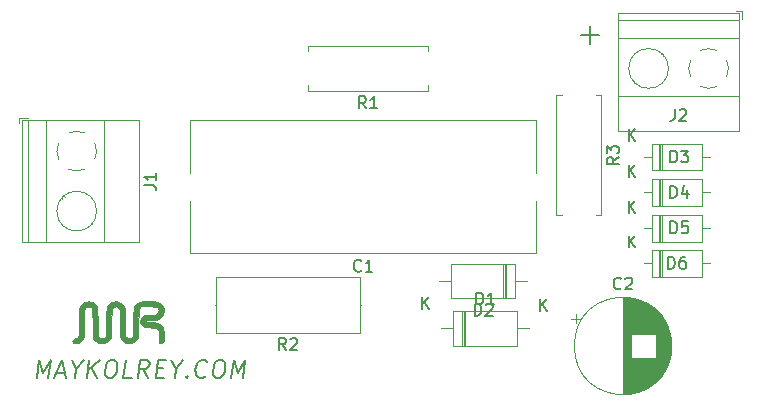
<source format=gbr>
%TF.GenerationSoftware,KiCad,Pcbnew,(5.1.6)-1*%
%TF.CreationDate,2020-09-05T12:43:39-05:00*%
%TF.ProjectId,fuente-sin-transformador,6675656e-7465-42d7-9369-6e2d7472616e,rev?*%
%TF.SameCoordinates,Original*%
%TF.FileFunction,Legend,Top*%
%TF.FilePolarity,Positive*%
%FSLAX46Y46*%
G04 Gerber Fmt 4.6, Leading zero omitted, Abs format (unit mm)*
G04 Created by KiCad (PCBNEW (5.1.6)-1) date 2020-09-05 12:43:39*
%MOMM*%
%LPD*%
G01*
G04 APERTURE LIST*
%ADD10C,0.200000*%
%ADD11C,0.010000*%
%ADD12C,0.120000*%
%ADD13C,0.150000*%
G04 APERTURE END LIST*
D10*
X162238095Y-78642857D02*
X163761904Y-78642857D01*
X163000000Y-79404761D02*
X163000000Y-77880952D01*
X116102053Y-107678571D02*
X116289553Y-106178571D01*
X116655625Y-107250000D01*
X117289553Y-106178571D01*
X117102053Y-107678571D01*
X117798482Y-107250000D02*
X118512767Y-107250000D01*
X117602053Y-107678571D02*
X118289553Y-106178571D01*
X118602053Y-107678571D01*
X119477053Y-106964285D02*
X119387767Y-107678571D01*
X119075267Y-106178571D02*
X119477053Y-106964285D01*
X120075267Y-106178571D01*
X120387767Y-107678571D02*
X120575267Y-106178571D01*
X121244910Y-107678571D02*
X120709196Y-106821428D01*
X121432410Y-106178571D02*
X120468125Y-107035714D01*
X122360982Y-106178571D02*
X122646696Y-106178571D01*
X122780625Y-106250000D01*
X122905625Y-106392857D01*
X122941339Y-106678571D01*
X122878839Y-107178571D01*
X122771696Y-107464285D01*
X122610982Y-107607142D01*
X122459196Y-107678571D01*
X122173482Y-107678571D01*
X122039553Y-107607142D01*
X121914553Y-107464285D01*
X121878839Y-107178571D01*
X121941339Y-106678571D01*
X122048482Y-106392857D01*
X122209196Y-106250000D01*
X122360982Y-106178571D01*
X124173482Y-107678571D02*
X123459196Y-107678571D01*
X123646696Y-106178571D01*
X125530625Y-107678571D02*
X125119910Y-106964285D01*
X124673482Y-107678571D02*
X124860982Y-106178571D01*
X125432410Y-106178571D01*
X125566339Y-106250000D01*
X125628839Y-106321428D01*
X125682410Y-106464285D01*
X125655625Y-106678571D01*
X125566339Y-106821428D01*
X125485982Y-106892857D01*
X125334196Y-106964285D01*
X124762767Y-106964285D01*
X126271696Y-106892857D02*
X126771696Y-106892857D01*
X126887767Y-107678571D02*
X126173482Y-107678571D01*
X126360982Y-106178571D01*
X127075267Y-106178571D01*
X127905625Y-106964285D02*
X127816339Y-107678571D01*
X127503839Y-106178571D02*
X127905625Y-106964285D01*
X128503839Y-106178571D01*
X128834196Y-107535714D02*
X128896696Y-107607142D01*
X128816339Y-107678571D01*
X128753839Y-107607142D01*
X128834196Y-107535714D01*
X128816339Y-107678571D01*
X130405625Y-107535714D02*
X130325267Y-107607142D01*
X130102053Y-107678571D01*
X129959196Y-107678571D01*
X129753839Y-107607142D01*
X129628839Y-107464285D01*
X129575267Y-107321428D01*
X129539553Y-107035714D01*
X129566339Y-106821428D01*
X129673482Y-106535714D01*
X129762767Y-106392857D01*
X129923482Y-106250000D01*
X130146696Y-106178571D01*
X130289553Y-106178571D01*
X130494910Y-106250000D01*
X130557410Y-106321428D01*
X131503839Y-106178571D02*
X131789553Y-106178571D01*
X131923482Y-106250000D01*
X132048482Y-106392857D01*
X132084196Y-106678571D01*
X132021696Y-107178571D01*
X131914553Y-107464285D01*
X131753839Y-107607142D01*
X131602053Y-107678571D01*
X131316339Y-107678571D01*
X131182410Y-107607142D01*
X131057410Y-107464285D01*
X131021696Y-107178571D01*
X131084196Y-106678571D01*
X131191339Y-106392857D01*
X131352053Y-106250000D01*
X131503839Y-106178571D01*
X132602053Y-107678571D02*
X132789553Y-106178571D01*
X133155625Y-107250000D01*
X133789553Y-106178571D01*
X133602053Y-107678571D01*
D11*
%TO.C,G\u002A\u002A\u002A*%
G36*
X125806006Y-101222764D02*
G01*
X125985914Y-101225933D01*
X126129118Y-101232821D01*
X126242660Y-101244742D01*
X126333583Y-101263011D01*
X126408928Y-101288941D01*
X126475738Y-101323847D01*
X126541056Y-101369044D01*
X126593591Y-101410724D01*
X126719975Y-101544443D01*
X126805734Y-101699527D01*
X126852003Y-101868413D01*
X126859917Y-102043540D01*
X126830613Y-102217347D01*
X126765224Y-102382273D01*
X126664888Y-102530756D01*
X126530739Y-102655235D01*
X126394758Y-102734800D01*
X126340500Y-102757586D01*
X126285319Y-102774659D01*
X126219823Y-102787281D01*
X126134617Y-102796717D01*
X126020307Y-102804227D01*
X125867500Y-102811075D01*
X125811101Y-102813252D01*
X125633455Y-102820935D01*
X125501229Y-102829726D01*
X125409046Y-102841111D01*
X125351525Y-102856580D01*
X125323289Y-102877620D01*
X125318960Y-102905720D01*
X125333160Y-102942368D01*
X125334606Y-102945101D01*
X125347631Y-102963123D01*
X125369502Y-102976508D01*
X125407565Y-102986171D01*
X125469165Y-102993031D01*
X125561646Y-102998003D01*
X125692356Y-103002004D01*
X125812619Y-103004763D01*
X126013370Y-103011192D01*
X126172046Y-103022621D01*
X126297320Y-103041776D01*
X126397865Y-103071383D01*
X126482355Y-103114166D01*
X126559463Y-103172852D01*
X126637863Y-103250165D01*
X126655972Y-103269754D01*
X126719215Y-103343228D01*
X126767922Y-103413354D01*
X126804050Y-103488280D01*
X126829553Y-103576157D01*
X126846390Y-103685132D01*
X126856516Y-103823356D01*
X126861888Y-103998977D01*
X126863739Y-104135187D01*
X126864899Y-104309164D01*
X126864125Y-104439823D01*
X126860911Y-104534630D01*
X126854748Y-104601046D01*
X126845131Y-104646536D01*
X126831553Y-104678562D01*
X126826258Y-104687234D01*
X126758235Y-104750311D01*
X126672126Y-104775328D01*
X126583451Y-104762317D01*
X126507732Y-104711315D01*
X126488453Y-104686488D01*
X126471946Y-104654191D01*
X126460560Y-104610524D01*
X126453626Y-104547008D01*
X126450480Y-104455164D01*
X126450455Y-104326516D01*
X126451785Y-104219869D01*
X126452355Y-104021508D01*
X126446637Y-103866937D01*
X126433674Y-103749427D01*
X126412510Y-103662247D01*
X126382188Y-103598668D01*
X126359247Y-103569101D01*
X126319431Y-103527266D01*
X126282197Y-103495892D01*
X126239583Y-103473244D01*
X126183624Y-103457588D01*
X126106356Y-103447190D01*
X125999813Y-103440315D01*
X125856033Y-103435230D01*
X125728736Y-103431800D01*
X125239399Y-103419100D01*
X125129349Y-103341772D01*
X125011130Y-103231628D01*
X124934055Y-103102319D01*
X124896995Y-102962166D01*
X124898818Y-102819487D01*
X124938394Y-102682603D01*
X125014593Y-102559832D01*
X125126285Y-102459496D01*
X125258040Y-102394622D01*
X125319356Y-102382924D01*
X125423157Y-102373768D01*
X125561167Y-102367646D01*
X125725112Y-102365054D01*
X125753736Y-102365000D01*
X125912968Y-102364241D01*
X126030396Y-102361397D01*
X126115003Y-102355614D01*
X126175771Y-102346038D01*
X126221682Y-102331815D01*
X126251596Y-102317677D01*
X126351918Y-102236842D01*
X126414743Y-102125631D01*
X126435260Y-101992909D01*
X126413346Y-101866334D01*
X126349490Y-101766480D01*
X126268869Y-101703482D01*
X126239654Y-101687821D01*
X126205403Y-101675840D01*
X126159303Y-101667051D01*
X126094538Y-101660966D01*
X126004293Y-101657097D01*
X125881755Y-101654954D01*
X125720108Y-101654051D01*
X125576684Y-101653894D01*
X124965669Y-101653800D01*
X124878909Y-101717809D01*
X124817574Y-101768757D01*
X124772783Y-101815964D01*
X124766024Y-101825759D01*
X124759224Y-101862393D01*
X124752724Y-101947355D01*
X124746604Y-102078173D01*
X124740943Y-102252376D01*
X124735819Y-102467493D01*
X124731313Y-102721052D01*
X124727503Y-103010582D01*
X124727200Y-103038100D01*
X124714500Y-104206500D01*
X124647180Y-104333500D01*
X124529265Y-104505097D01*
X124377965Y-104642109D01*
X124276887Y-104703379D01*
X124148614Y-104747445D01*
X123994791Y-104768092D01*
X123834738Y-104765160D01*
X123687781Y-104738489D01*
X123609600Y-104708923D01*
X123454604Y-104606795D01*
X123319503Y-104467577D01*
X123232901Y-104334963D01*
X123165100Y-104206500D01*
X123152400Y-103038100D01*
X123149379Y-102757378D01*
X123146573Y-102522896D01*
X123143406Y-102330099D01*
X123139304Y-102174434D01*
X123133691Y-102051345D01*
X123125993Y-101956280D01*
X123115635Y-101884682D01*
X123102042Y-101831999D01*
X123084638Y-101793676D01*
X123062850Y-101765159D01*
X123036102Y-101741894D01*
X123003819Y-101719326D01*
X122984255Y-101706081D01*
X122922311Y-101670975D01*
X122858613Y-101656553D01*
X122770595Y-101658159D01*
X122757121Y-101659225D01*
X122663310Y-101672474D01*
X122597528Y-101699354D01*
X122537184Y-101749262D01*
X122534703Y-101751731D01*
X122453900Y-101832493D01*
X122440166Y-102994096D01*
X122436804Y-103268941D01*
X122433636Y-103497791D01*
X122430422Y-103685450D01*
X122426920Y-103836721D01*
X122422891Y-103956408D01*
X122418093Y-104049313D01*
X122412285Y-104120241D01*
X122405226Y-104173995D01*
X122396676Y-104215379D01*
X122386394Y-104249195D01*
X122375883Y-104276125D01*
X122278538Y-104446754D01*
X122144072Y-104592793D01*
X122006921Y-104689306D01*
X121934474Y-104726607D01*
X121871128Y-104749278D01*
X121799746Y-104760876D01*
X121703193Y-104764961D01*
X121641100Y-104765300D01*
X121525724Y-104763593D01*
X121444007Y-104756120D01*
X121378855Y-104739347D01*
X121313176Y-104709744D01*
X121276472Y-104689956D01*
X121129214Y-104586100D01*
X121005045Y-104454994D01*
X120916283Y-104310276D01*
X120901583Y-104274941D01*
X120890808Y-104241768D01*
X120881712Y-104201260D01*
X120874077Y-104148672D01*
X120867683Y-104079258D01*
X120862311Y-103988273D01*
X120857742Y-103870970D01*
X120853757Y-103722605D01*
X120850136Y-103538432D01*
X120846660Y-103313706D01*
X120843111Y-103043680D01*
X120842525Y-102996271D01*
X120839094Y-102723107D01*
X120835947Y-102496188D01*
X120832840Y-102310961D01*
X120829530Y-102162876D01*
X120825774Y-102047379D01*
X120821328Y-101959918D01*
X120815949Y-101895942D01*
X120809395Y-101850897D01*
X120801420Y-101820233D01*
X120791783Y-101799396D01*
X120780240Y-101783834D01*
X120777559Y-101780821D01*
X120673910Y-101700129D01*
X120553861Y-101659875D01*
X120428938Y-101659362D01*
X120310664Y-101697890D01*
X120210566Y-101774762D01*
X120177462Y-101817190D01*
X120168816Y-101839342D01*
X120161371Y-101880516D01*
X120154970Y-101944679D01*
X120149460Y-102035797D01*
X120144684Y-102157838D01*
X120140489Y-102314767D01*
X120136720Y-102510550D01*
X120133221Y-102749156D01*
X120129838Y-103034549D01*
X120129800Y-103038100D01*
X120126763Y-103312194D01*
X120123974Y-103540249D01*
X120121175Y-103727023D01*
X120118106Y-103877275D01*
X120114510Y-103995761D01*
X120110127Y-104087241D01*
X120104699Y-104156473D01*
X120097967Y-104208214D01*
X120089673Y-104247224D01*
X120079557Y-104278259D01*
X120067362Y-104306079D01*
X120060075Y-104320931D01*
X119953291Y-104484161D01*
X119814605Y-104616771D01*
X119652602Y-104712747D01*
X119475865Y-104766072D01*
X119414387Y-104773386D01*
X119327650Y-104776794D01*
X119272344Y-104768006D01*
X119229626Y-104742103D01*
X119204470Y-104718579D01*
X119149163Y-104634411D01*
X119138839Y-104546638D01*
X119169440Y-104464903D01*
X119236905Y-104398849D01*
X119337175Y-104358118D01*
X119357807Y-104354310D01*
X119502473Y-104313697D01*
X119606695Y-104242932D01*
X119640610Y-104200800D01*
X119651261Y-104180948D01*
X119660215Y-104153638D01*
X119667685Y-104114306D01*
X119673885Y-104058392D01*
X119679030Y-103981331D01*
X119683332Y-103878562D01*
X119687006Y-103745523D01*
X119690265Y-103577651D01*
X119693323Y-103370384D01*
X119696394Y-103119160D01*
X119698000Y-102975778D01*
X119701073Y-102702744D01*
X119703929Y-102475699D01*
X119706821Y-102289832D01*
X119710006Y-102140336D01*
X119713737Y-102022401D01*
X119718270Y-101931218D01*
X119723858Y-101861977D01*
X119730758Y-101809869D01*
X119739224Y-101770086D01*
X119749510Y-101737817D01*
X119761872Y-101708253D01*
X119765586Y-101700137D01*
X119871754Y-101526228D01*
X120010456Y-101388418D01*
X120176415Y-101290431D01*
X120364353Y-101235991D01*
X120434963Y-101227869D01*
X120633339Y-101237853D01*
X120817887Y-101294418D01*
X120981794Y-101393907D01*
X121118243Y-101532664D01*
X121181390Y-101628400D01*
X121260100Y-101768100D01*
X121272800Y-102936500D01*
X121276462Y-103236308D01*
X121280459Y-103488268D01*
X121284899Y-103695332D01*
X121289886Y-103860451D01*
X121295526Y-103986577D01*
X121301926Y-104076661D01*
X121309191Y-104133655D01*
X121316677Y-104159310D01*
X121356385Y-104210940D01*
X121415340Y-104270093D01*
X121429762Y-104282641D01*
X121483329Y-104322247D01*
X121534630Y-104340981D01*
X121604189Y-104344074D01*
X121658587Y-104340935D01*
X121790544Y-104314830D01*
X121890500Y-104254329D01*
X121967282Y-104155700D01*
X121975299Y-104122248D01*
X121982486Y-104049839D01*
X121988909Y-103936594D01*
X121994633Y-103780637D01*
X121999721Y-103580091D01*
X122004239Y-103333080D01*
X122008253Y-103037727D01*
X122009400Y-102936500D01*
X122012441Y-102662341D01*
X122015241Y-102434259D01*
X122018053Y-102247534D01*
X122021131Y-102097444D01*
X122024728Y-101979270D01*
X122029098Y-101888291D01*
X122034496Y-101819785D01*
X122041175Y-101769032D01*
X122049390Y-101731313D01*
X122059393Y-101701906D01*
X122071438Y-101676090D01*
X122077833Y-101663938D01*
X122191657Y-101498568D01*
X122330686Y-101372243D01*
X122488137Y-101284786D01*
X122657228Y-101236021D01*
X122831177Y-101225770D01*
X123003204Y-101253856D01*
X123166525Y-101320103D01*
X123314358Y-101424333D01*
X123439923Y-101566370D01*
X123517211Y-101701490D01*
X123530045Y-101730956D01*
X123540759Y-101762094D01*
X123549605Y-101799714D01*
X123556836Y-101848621D01*
X123562706Y-101913625D01*
X123567467Y-101999532D01*
X123571372Y-102111150D01*
X123574675Y-102253287D01*
X123577628Y-102430750D01*
X123580484Y-102648347D01*
X123583497Y-102910886D01*
X123584200Y-102974600D01*
X123587715Y-103264350D01*
X123591443Y-103506976D01*
X123595523Y-103706151D01*
X123600093Y-103865551D01*
X123605294Y-103988850D01*
X123611264Y-104079723D01*
X123618143Y-104141844D01*
X123626071Y-104178889D01*
X123630271Y-104188809D01*
X123704726Y-104271839D01*
X123807865Y-104324881D01*
X123925611Y-104345373D01*
X124043889Y-104330755D01*
X124143690Y-104282190D01*
X124205025Y-104231242D01*
X124249816Y-104184035D01*
X124256575Y-104174240D01*
X124263401Y-104137572D01*
X124269928Y-104052626D01*
X124276073Y-103921920D01*
X124281755Y-103747976D01*
X124286892Y-103533314D01*
X124291404Y-103280454D01*
X124295207Y-102991916D01*
X124295400Y-102974600D01*
X124298435Y-102702352D01*
X124301200Y-102476045D01*
X124303972Y-102290826D01*
X124307025Y-102141837D01*
X124310635Y-102024224D01*
X124315078Y-101933132D01*
X124320629Y-101863705D01*
X124327564Y-101811088D01*
X124336159Y-101770425D01*
X124346689Y-101736862D01*
X124359429Y-101705543D01*
X124368597Y-101685039D01*
X124442914Y-101562936D01*
X124548232Y-101444371D01*
X124669826Y-101343130D01*
X124792967Y-101272995D01*
X124819722Y-101262794D01*
X124867287Y-101249605D01*
X124927368Y-101239468D01*
X125006656Y-101232025D01*
X125111841Y-101226919D01*
X125249614Y-101223790D01*
X125426665Y-101222283D01*
X125582352Y-101221999D01*
X125806006Y-101222764D01*
G37*
X125806006Y-101222764D02*
X125985914Y-101225933D01*
X126129118Y-101232821D01*
X126242660Y-101244742D01*
X126333583Y-101263011D01*
X126408928Y-101288941D01*
X126475738Y-101323847D01*
X126541056Y-101369044D01*
X126593591Y-101410724D01*
X126719975Y-101544443D01*
X126805734Y-101699527D01*
X126852003Y-101868413D01*
X126859917Y-102043540D01*
X126830613Y-102217347D01*
X126765224Y-102382273D01*
X126664888Y-102530756D01*
X126530739Y-102655235D01*
X126394758Y-102734800D01*
X126340500Y-102757586D01*
X126285319Y-102774659D01*
X126219823Y-102787281D01*
X126134617Y-102796717D01*
X126020307Y-102804227D01*
X125867500Y-102811075D01*
X125811101Y-102813252D01*
X125633455Y-102820935D01*
X125501229Y-102829726D01*
X125409046Y-102841111D01*
X125351525Y-102856580D01*
X125323289Y-102877620D01*
X125318960Y-102905720D01*
X125333160Y-102942368D01*
X125334606Y-102945101D01*
X125347631Y-102963123D01*
X125369502Y-102976508D01*
X125407565Y-102986171D01*
X125469165Y-102993031D01*
X125561646Y-102998003D01*
X125692356Y-103002004D01*
X125812619Y-103004763D01*
X126013370Y-103011192D01*
X126172046Y-103022621D01*
X126297320Y-103041776D01*
X126397865Y-103071383D01*
X126482355Y-103114166D01*
X126559463Y-103172852D01*
X126637863Y-103250165D01*
X126655972Y-103269754D01*
X126719215Y-103343228D01*
X126767922Y-103413354D01*
X126804050Y-103488280D01*
X126829553Y-103576157D01*
X126846390Y-103685132D01*
X126856516Y-103823356D01*
X126861888Y-103998977D01*
X126863739Y-104135187D01*
X126864899Y-104309164D01*
X126864125Y-104439823D01*
X126860911Y-104534630D01*
X126854748Y-104601046D01*
X126845131Y-104646536D01*
X126831553Y-104678562D01*
X126826258Y-104687234D01*
X126758235Y-104750311D01*
X126672126Y-104775328D01*
X126583451Y-104762317D01*
X126507732Y-104711315D01*
X126488453Y-104686488D01*
X126471946Y-104654191D01*
X126460560Y-104610524D01*
X126453626Y-104547008D01*
X126450480Y-104455164D01*
X126450455Y-104326516D01*
X126451785Y-104219869D01*
X126452355Y-104021508D01*
X126446637Y-103866937D01*
X126433674Y-103749427D01*
X126412510Y-103662247D01*
X126382188Y-103598668D01*
X126359247Y-103569101D01*
X126319431Y-103527266D01*
X126282197Y-103495892D01*
X126239583Y-103473244D01*
X126183624Y-103457588D01*
X126106356Y-103447190D01*
X125999813Y-103440315D01*
X125856033Y-103435230D01*
X125728736Y-103431800D01*
X125239399Y-103419100D01*
X125129349Y-103341772D01*
X125011130Y-103231628D01*
X124934055Y-103102319D01*
X124896995Y-102962166D01*
X124898818Y-102819487D01*
X124938394Y-102682603D01*
X125014593Y-102559832D01*
X125126285Y-102459496D01*
X125258040Y-102394622D01*
X125319356Y-102382924D01*
X125423157Y-102373768D01*
X125561167Y-102367646D01*
X125725112Y-102365054D01*
X125753736Y-102365000D01*
X125912968Y-102364241D01*
X126030396Y-102361397D01*
X126115003Y-102355614D01*
X126175771Y-102346038D01*
X126221682Y-102331815D01*
X126251596Y-102317677D01*
X126351918Y-102236842D01*
X126414743Y-102125631D01*
X126435260Y-101992909D01*
X126413346Y-101866334D01*
X126349490Y-101766480D01*
X126268869Y-101703482D01*
X126239654Y-101687821D01*
X126205403Y-101675840D01*
X126159303Y-101667051D01*
X126094538Y-101660966D01*
X126004293Y-101657097D01*
X125881755Y-101654954D01*
X125720108Y-101654051D01*
X125576684Y-101653894D01*
X124965669Y-101653800D01*
X124878909Y-101717809D01*
X124817574Y-101768757D01*
X124772783Y-101815964D01*
X124766024Y-101825759D01*
X124759224Y-101862393D01*
X124752724Y-101947355D01*
X124746604Y-102078173D01*
X124740943Y-102252376D01*
X124735819Y-102467493D01*
X124731313Y-102721052D01*
X124727503Y-103010582D01*
X124727200Y-103038100D01*
X124714500Y-104206500D01*
X124647180Y-104333500D01*
X124529265Y-104505097D01*
X124377965Y-104642109D01*
X124276887Y-104703379D01*
X124148614Y-104747445D01*
X123994791Y-104768092D01*
X123834738Y-104765160D01*
X123687781Y-104738489D01*
X123609600Y-104708923D01*
X123454604Y-104606795D01*
X123319503Y-104467577D01*
X123232901Y-104334963D01*
X123165100Y-104206500D01*
X123152400Y-103038100D01*
X123149379Y-102757378D01*
X123146573Y-102522896D01*
X123143406Y-102330099D01*
X123139304Y-102174434D01*
X123133691Y-102051345D01*
X123125993Y-101956280D01*
X123115635Y-101884682D01*
X123102042Y-101831999D01*
X123084638Y-101793676D01*
X123062850Y-101765159D01*
X123036102Y-101741894D01*
X123003819Y-101719326D01*
X122984255Y-101706081D01*
X122922311Y-101670975D01*
X122858613Y-101656553D01*
X122770595Y-101658159D01*
X122757121Y-101659225D01*
X122663310Y-101672474D01*
X122597528Y-101699354D01*
X122537184Y-101749262D01*
X122534703Y-101751731D01*
X122453900Y-101832493D01*
X122440166Y-102994096D01*
X122436804Y-103268941D01*
X122433636Y-103497791D01*
X122430422Y-103685450D01*
X122426920Y-103836721D01*
X122422891Y-103956408D01*
X122418093Y-104049313D01*
X122412285Y-104120241D01*
X122405226Y-104173995D01*
X122396676Y-104215379D01*
X122386394Y-104249195D01*
X122375883Y-104276125D01*
X122278538Y-104446754D01*
X122144072Y-104592793D01*
X122006921Y-104689306D01*
X121934474Y-104726607D01*
X121871128Y-104749278D01*
X121799746Y-104760876D01*
X121703193Y-104764961D01*
X121641100Y-104765300D01*
X121525724Y-104763593D01*
X121444007Y-104756120D01*
X121378855Y-104739347D01*
X121313176Y-104709744D01*
X121276472Y-104689956D01*
X121129214Y-104586100D01*
X121005045Y-104454994D01*
X120916283Y-104310276D01*
X120901583Y-104274941D01*
X120890808Y-104241768D01*
X120881712Y-104201260D01*
X120874077Y-104148672D01*
X120867683Y-104079258D01*
X120862311Y-103988273D01*
X120857742Y-103870970D01*
X120853757Y-103722605D01*
X120850136Y-103538432D01*
X120846660Y-103313706D01*
X120843111Y-103043680D01*
X120842525Y-102996271D01*
X120839094Y-102723107D01*
X120835947Y-102496188D01*
X120832840Y-102310961D01*
X120829530Y-102162876D01*
X120825774Y-102047379D01*
X120821328Y-101959918D01*
X120815949Y-101895942D01*
X120809395Y-101850897D01*
X120801420Y-101820233D01*
X120791783Y-101799396D01*
X120780240Y-101783834D01*
X120777559Y-101780821D01*
X120673910Y-101700129D01*
X120553861Y-101659875D01*
X120428938Y-101659362D01*
X120310664Y-101697890D01*
X120210566Y-101774762D01*
X120177462Y-101817190D01*
X120168816Y-101839342D01*
X120161371Y-101880516D01*
X120154970Y-101944679D01*
X120149460Y-102035797D01*
X120144684Y-102157838D01*
X120140489Y-102314767D01*
X120136720Y-102510550D01*
X120133221Y-102749156D01*
X120129838Y-103034549D01*
X120129800Y-103038100D01*
X120126763Y-103312194D01*
X120123974Y-103540249D01*
X120121175Y-103727023D01*
X120118106Y-103877275D01*
X120114510Y-103995761D01*
X120110127Y-104087241D01*
X120104699Y-104156473D01*
X120097967Y-104208214D01*
X120089673Y-104247224D01*
X120079557Y-104278259D01*
X120067362Y-104306079D01*
X120060075Y-104320931D01*
X119953291Y-104484161D01*
X119814605Y-104616771D01*
X119652602Y-104712747D01*
X119475865Y-104766072D01*
X119414387Y-104773386D01*
X119327650Y-104776794D01*
X119272344Y-104768006D01*
X119229626Y-104742103D01*
X119204470Y-104718579D01*
X119149163Y-104634411D01*
X119138839Y-104546638D01*
X119169440Y-104464903D01*
X119236905Y-104398849D01*
X119337175Y-104358118D01*
X119357807Y-104354310D01*
X119502473Y-104313697D01*
X119606695Y-104242932D01*
X119640610Y-104200800D01*
X119651261Y-104180948D01*
X119660215Y-104153638D01*
X119667685Y-104114306D01*
X119673885Y-104058392D01*
X119679030Y-103981331D01*
X119683332Y-103878562D01*
X119687006Y-103745523D01*
X119690265Y-103577651D01*
X119693323Y-103370384D01*
X119696394Y-103119160D01*
X119698000Y-102975778D01*
X119701073Y-102702744D01*
X119703929Y-102475699D01*
X119706821Y-102289832D01*
X119710006Y-102140336D01*
X119713737Y-102022401D01*
X119718270Y-101931218D01*
X119723858Y-101861977D01*
X119730758Y-101809869D01*
X119739224Y-101770086D01*
X119749510Y-101737817D01*
X119761872Y-101708253D01*
X119765586Y-101700137D01*
X119871754Y-101526228D01*
X120010456Y-101388418D01*
X120176415Y-101290431D01*
X120364353Y-101235991D01*
X120434963Y-101227869D01*
X120633339Y-101237853D01*
X120817887Y-101294418D01*
X120981794Y-101393907D01*
X121118243Y-101532664D01*
X121181390Y-101628400D01*
X121260100Y-101768100D01*
X121272800Y-102936500D01*
X121276462Y-103236308D01*
X121280459Y-103488268D01*
X121284899Y-103695332D01*
X121289886Y-103860451D01*
X121295526Y-103986577D01*
X121301926Y-104076661D01*
X121309191Y-104133655D01*
X121316677Y-104159310D01*
X121356385Y-104210940D01*
X121415340Y-104270093D01*
X121429762Y-104282641D01*
X121483329Y-104322247D01*
X121534630Y-104340981D01*
X121604189Y-104344074D01*
X121658587Y-104340935D01*
X121790544Y-104314830D01*
X121890500Y-104254329D01*
X121967282Y-104155700D01*
X121975299Y-104122248D01*
X121982486Y-104049839D01*
X121988909Y-103936594D01*
X121994633Y-103780637D01*
X121999721Y-103580091D01*
X122004239Y-103333080D01*
X122008253Y-103037727D01*
X122009400Y-102936500D01*
X122012441Y-102662341D01*
X122015241Y-102434259D01*
X122018053Y-102247534D01*
X122021131Y-102097444D01*
X122024728Y-101979270D01*
X122029098Y-101888291D01*
X122034496Y-101819785D01*
X122041175Y-101769032D01*
X122049390Y-101731313D01*
X122059393Y-101701906D01*
X122071438Y-101676090D01*
X122077833Y-101663938D01*
X122191657Y-101498568D01*
X122330686Y-101372243D01*
X122488137Y-101284786D01*
X122657228Y-101236021D01*
X122831177Y-101225770D01*
X123003204Y-101253856D01*
X123166525Y-101320103D01*
X123314358Y-101424333D01*
X123439923Y-101566370D01*
X123517211Y-101701490D01*
X123530045Y-101730956D01*
X123540759Y-101762094D01*
X123549605Y-101799714D01*
X123556836Y-101848621D01*
X123562706Y-101913625D01*
X123567467Y-101999532D01*
X123571372Y-102111150D01*
X123574675Y-102253287D01*
X123577628Y-102430750D01*
X123580484Y-102648347D01*
X123583497Y-102910886D01*
X123584200Y-102974600D01*
X123587715Y-103264350D01*
X123591443Y-103506976D01*
X123595523Y-103706151D01*
X123600093Y-103865551D01*
X123605294Y-103988850D01*
X123611264Y-104079723D01*
X123618143Y-104141844D01*
X123626071Y-104178889D01*
X123630271Y-104188809D01*
X123704726Y-104271839D01*
X123807865Y-104324881D01*
X123925611Y-104345373D01*
X124043889Y-104330755D01*
X124143690Y-104282190D01*
X124205025Y-104231242D01*
X124249816Y-104184035D01*
X124256575Y-104174240D01*
X124263401Y-104137572D01*
X124269928Y-104052626D01*
X124276073Y-103921920D01*
X124281755Y-103747976D01*
X124286892Y-103533314D01*
X124291404Y-103280454D01*
X124295207Y-102991916D01*
X124295400Y-102974600D01*
X124298435Y-102702352D01*
X124301200Y-102476045D01*
X124303972Y-102290826D01*
X124307025Y-102141837D01*
X124310635Y-102024224D01*
X124315078Y-101933132D01*
X124320629Y-101863705D01*
X124327564Y-101811088D01*
X124336159Y-101770425D01*
X124346689Y-101736862D01*
X124359429Y-101705543D01*
X124368597Y-101685039D01*
X124442914Y-101562936D01*
X124548232Y-101444371D01*
X124669826Y-101343130D01*
X124792967Y-101272995D01*
X124819722Y-101262794D01*
X124867287Y-101249605D01*
X124927368Y-101239468D01*
X125006656Y-101232025D01*
X125111841Y-101226919D01*
X125249614Y-101223790D01*
X125426665Y-101222283D01*
X125582352Y-101221999D01*
X125806006Y-101222764D01*
D12*
%TO.C,D6*%
X168190000Y-96880000D02*
X168190000Y-99120000D01*
X168190000Y-99120000D02*
X172430000Y-99120000D01*
X172430000Y-99120000D02*
X172430000Y-96880000D01*
X172430000Y-96880000D02*
X168190000Y-96880000D01*
X167540000Y-98000000D02*
X168190000Y-98000000D01*
X173080000Y-98000000D02*
X172430000Y-98000000D01*
X168910000Y-96880000D02*
X168910000Y-99120000D01*
X169030000Y-96880000D02*
X169030000Y-99120000D01*
X168790000Y-96880000D02*
X168790000Y-99120000D01*
%TO.C,D5*%
X168190000Y-93930000D02*
X168190000Y-96170000D01*
X168190000Y-96170000D02*
X172430000Y-96170000D01*
X172430000Y-96170000D02*
X172430000Y-93930000D01*
X172430000Y-93930000D02*
X168190000Y-93930000D01*
X167540000Y-95050000D02*
X168190000Y-95050000D01*
X173080000Y-95050000D02*
X172430000Y-95050000D01*
X168910000Y-93930000D02*
X168910000Y-96170000D01*
X169030000Y-93930000D02*
X169030000Y-96170000D01*
X168790000Y-93930000D02*
X168790000Y-96170000D01*
%TO.C,D4*%
X168190000Y-90880000D02*
X168190000Y-93120000D01*
X168190000Y-93120000D02*
X172430000Y-93120000D01*
X172430000Y-93120000D02*
X172430000Y-90880000D01*
X172430000Y-90880000D02*
X168190000Y-90880000D01*
X167540000Y-92000000D02*
X168190000Y-92000000D01*
X173080000Y-92000000D02*
X172430000Y-92000000D01*
X168910000Y-90880000D02*
X168910000Y-93120000D01*
X169030000Y-90880000D02*
X169030000Y-93120000D01*
X168790000Y-90880000D02*
X168790000Y-93120000D01*
%TO.C,R3*%
X163440000Y-83780000D02*
X163920000Y-83780000D01*
X163920000Y-83780000D02*
X163920000Y-93920000D01*
X163920000Y-93920000D02*
X163440000Y-93920000D01*
X160560000Y-83780000D02*
X160080000Y-83780000D01*
X160080000Y-83780000D02*
X160080000Y-93920000D01*
X160080000Y-93920000D02*
X160560000Y-93920000D01*
%TO.C,R2*%
X131200000Y-101500000D02*
X131310000Y-101500000D01*
X143560000Y-101500000D02*
X143450000Y-101500000D01*
X131310000Y-103870000D02*
X143450000Y-103870000D01*
X131310000Y-99130000D02*
X131310000Y-103870000D01*
X143450000Y-99130000D02*
X131310000Y-99130000D01*
X143450000Y-103870000D02*
X143450000Y-99130000D01*
%TO.C,R1*%
X139080000Y-79580000D02*
X139080000Y-80060000D01*
X149220000Y-79580000D02*
X139080000Y-79580000D01*
X149220000Y-80060000D02*
X149220000Y-79580000D01*
X139080000Y-83420000D02*
X139080000Y-82940000D01*
X149220000Y-83420000D02*
X139080000Y-83420000D01*
X149220000Y-82940000D02*
X149220000Y-83420000D01*
%TO.C,J2*%
X175840000Y-76600000D02*
X175340000Y-76600000D01*
X175840000Y-77340000D02*
X175840000Y-76600000D01*
X169147000Y-80477000D02*
X169194000Y-80431000D01*
X166850000Y-82775000D02*
X166885000Y-82739000D01*
X168954000Y-80261000D02*
X168989000Y-80226000D01*
X166645000Y-82569000D02*
X166692000Y-82523000D01*
X165320000Y-86761000D02*
X165320000Y-76840000D01*
X175600000Y-86761000D02*
X175600000Y-76840000D01*
X175600000Y-76840000D02*
X165320000Y-76840000D01*
X175600000Y-86761000D02*
X165320000Y-86761000D01*
X175600000Y-83801000D02*
X165320000Y-83801000D01*
X175600000Y-78900000D02*
X165320000Y-78900000D01*
X175600000Y-77400000D02*
X165320000Y-77400000D01*
X169600000Y-81500000D02*
G75*
G03*
X169600000Y-81500000I-1680000J0D01*
G01*
X172971195Y-79819747D02*
G75*
G02*
X173684000Y-79965000I28805J-1680253D01*
G01*
X174535426Y-80816958D02*
G75*
G02*
X174535000Y-82184000I-1535426J-683042D01*
G01*
X173683042Y-83035426D02*
G75*
G02*
X172316000Y-83035000I-683042J1535426D01*
G01*
X171464574Y-82183042D02*
G75*
G02*
X171465000Y-80816000I1535426J683042D01*
G01*
X172316682Y-79965244D02*
G75*
G02*
X173000000Y-79820000I683318J-1534756D01*
G01*
%TO.C,J1*%
X114600000Y-85660000D02*
X114600000Y-86160000D01*
X115340000Y-85660000D02*
X114600000Y-85660000D01*
X118477000Y-92353000D02*
X118431000Y-92306000D01*
X120775000Y-94650000D02*
X120739000Y-94615000D01*
X118261000Y-92546000D02*
X118226000Y-92511000D01*
X120569000Y-94855000D02*
X120523000Y-94808000D01*
X124761000Y-96180000D02*
X114840000Y-96180000D01*
X124761000Y-85900000D02*
X114840000Y-85900000D01*
X114840000Y-85900000D02*
X114840000Y-96180000D01*
X124761000Y-85900000D02*
X124761000Y-96180000D01*
X121801000Y-85900000D02*
X121801000Y-96180000D01*
X116900000Y-85900000D02*
X116900000Y-96180000D01*
X115400000Y-85900000D02*
X115400000Y-96180000D01*
X121180000Y-93580000D02*
G75*
G03*
X121180000Y-93580000I-1680000J0D01*
G01*
X117819747Y-88528805D02*
G75*
G02*
X117965000Y-87816000I1680253J28805D01*
G01*
X118816958Y-86964574D02*
G75*
G02*
X120184000Y-86965000I683042J-1535426D01*
G01*
X121035426Y-87816958D02*
G75*
G02*
X121035000Y-89184000I-1535426J-683042D01*
G01*
X120183042Y-90035426D02*
G75*
G02*
X118816000Y-90035000I-683042J1535426D01*
G01*
X117965244Y-89183318D02*
G75*
G02*
X117820000Y-88500000I1534756J683318D01*
G01*
%TO.C,D3*%
X168790000Y-87880000D02*
X168790000Y-90120000D01*
X169030000Y-87880000D02*
X169030000Y-90120000D01*
X168910000Y-87880000D02*
X168910000Y-90120000D01*
X173080000Y-89000000D02*
X172430000Y-89000000D01*
X167540000Y-89000000D02*
X168190000Y-89000000D01*
X172430000Y-87880000D02*
X168190000Y-87880000D01*
X172430000Y-90120000D02*
X172430000Y-87880000D01*
X168190000Y-90120000D02*
X172430000Y-90120000D01*
X168190000Y-87880000D02*
X168190000Y-90120000D01*
%TO.C,D2*%
X155860000Y-100970000D02*
X155860000Y-98030000D01*
X155620000Y-100970000D02*
X155620000Y-98030000D01*
X155740000Y-100970000D02*
X155740000Y-98030000D01*
X150180000Y-99500000D02*
X151200000Y-99500000D01*
X157660000Y-99500000D02*
X156640000Y-99500000D01*
X151200000Y-100970000D02*
X156640000Y-100970000D01*
X151200000Y-98030000D02*
X151200000Y-100970000D01*
X156640000Y-98030000D02*
X151200000Y-98030000D01*
X156640000Y-100970000D02*
X156640000Y-98030000D01*
%TO.C,D1*%
X152140000Y-102030000D02*
X152140000Y-104970000D01*
X152380000Y-102030000D02*
X152380000Y-104970000D01*
X152260000Y-102030000D02*
X152260000Y-104970000D01*
X157820000Y-103500000D02*
X156800000Y-103500000D01*
X150340000Y-103500000D02*
X151360000Y-103500000D01*
X156800000Y-102030000D02*
X151360000Y-102030000D01*
X156800000Y-104970000D02*
X156800000Y-102030000D01*
X151360000Y-104970000D02*
X156800000Y-104970000D01*
X151360000Y-102030000D02*
X151360000Y-104970000D01*
%TO.C,C2*%
X161740302Y-102285000D02*
X161740302Y-103085000D01*
X161340302Y-102685000D02*
X162140302Y-102685000D01*
X169831000Y-104467000D02*
X169831000Y-105533000D01*
X169791000Y-104232000D02*
X169791000Y-105768000D01*
X169751000Y-104052000D02*
X169751000Y-105948000D01*
X169711000Y-103902000D02*
X169711000Y-106098000D01*
X169671000Y-103771000D02*
X169671000Y-106229000D01*
X169631000Y-103654000D02*
X169631000Y-106346000D01*
X169591000Y-103547000D02*
X169591000Y-106453000D01*
X169551000Y-103448000D02*
X169551000Y-106552000D01*
X169511000Y-103355000D02*
X169511000Y-106645000D01*
X169471000Y-103269000D02*
X169471000Y-106731000D01*
X169431000Y-103187000D02*
X169431000Y-106813000D01*
X169391000Y-103110000D02*
X169391000Y-106890000D01*
X169351000Y-103036000D02*
X169351000Y-106964000D01*
X169311000Y-102966000D02*
X169311000Y-107034000D01*
X169271000Y-102898000D02*
X169271000Y-107102000D01*
X169231000Y-102834000D02*
X169231000Y-107166000D01*
X169191000Y-102772000D02*
X169191000Y-107228000D01*
X169151000Y-102713000D02*
X169151000Y-107287000D01*
X169111000Y-102655000D02*
X169111000Y-107345000D01*
X169071000Y-102600000D02*
X169071000Y-107400000D01*
X169031000Y-102546000D02*
X169031000Y-107454000D01*
X168991000Y-102495000D02*
X168991000Y-107505000D01*
X168951000Y-102444000D02*
X168951000Y-107556000D01*
X168911000Y-102396000D02*
X168911000Y-107604000D01*
X168871000Y-102349000D02*
X168871000Y-107651000D01*
X168831000Y-102303000D02*
X168831000Y-107697000D01*
X168791000Y-102259000D02*
X168791000Y-107741000D01*
X168751000Y-102216000D02*
X168751000Y-107784000D01*
X168711000Y-102174000D02*
X168711000Y-107826000D01*
X168671000Y-102133000D02*
X168671000Y-107867000D01*
X168631000Y-102093000D02*
X168631000Y-107907000D01*
X168591000Y-102055000D02*
X168591000Y-107945000D01*
X168551000Y-102017000D02*
X168551000Y-107983000D01*
X168511000Y-106040000D02*
X168511000Y-108019000D01*
X168511000Y-101981000D02*
X168511000Y-103960000D01*
X168471000Y-106040000D02*
X168471000Y-108055000D01*
X168471000Y-101945000D02*
X168471000Y-103960000D01*
X168431000Y-106040000D02*
X168431000Y-108090000D01*
X168431000Y-101910000D02*
X168431000Y-103960000D01*
X168391000Y-106040000D02*
X168391000Y-108124000D01*
X168391000Y-101876000D02*
X168391000Y-103960000D01*
X168351000Y-106040000D02*
X168351000Y-108156000D01*
X168351000Y-101844000D02*
X168351000Y-103960000D01*
X168311000Y-106040000D02*
X168311000Y-108189000D01*
X168311000Y-101811000D02*
X168311000Y-103960000D01*
X168271000Y-106040000D02*
X168271000Y-108220000D01*
X168271000Y-101780000D02*
X168271000Y-103960000D01*
X168231000Y-106040000D02*
X168231000Y-108250000D01*
X168231000Y-101750000D02*
X168231000Y-103960000D01*
X168191000Y-106040000D02*
X168191000Y-108280000D01*
X168191000Y-101720000D02*
X168191000Y-103960000D01*
X168151000Y-106040000D02*
X168151000Y-108309000D01*
X168151000Y-101691000D02*
X168151000Y-103960000D01*
X168111000Y-106040000D02*
X168111000Y-108338000D01*
X168111000Y-101662000D02*
X168111000Y-103960000D01*
X168071000Y-106040000D02*
X168071000Y-108365000D01*
X168071000Y-101635000D02*
X168071000Y-103960000D01*
X168031000Y-106040000D02*
X168031000Y-108392000D01*
X168031000Y-101608000D02*
X168031000Y-103960000D01*
X167991000Y-106040000D02*
X167991000Y-108418000D01*
X167991000Y-101582000D02*
X167991000Y-103960000D01*
X167951000Y-106040000D02*
X167951000Y-108444000D01*
X167951000Y-101556000D02*
X167951000Y-103960000D01*
X167911000Y-106040000D02*
X167911000Y-108469000D01*
X167911000Y-101531000D02*
X167911000Y-103960000D01*
X167871000Y-106040000D02*
X167871000Y-108493000D01*
X167871000Y-101507000D02*
X167871000Y-103960000D01*
X167831000Y-106040000D02*
X167831000Y-108517000D01*
X167831000Y-101483000D02*
X167831000Y-103960000D01*
X167791000Y-106040000D02*
X167791000Y-108540000D01*
X167791000Y-101460000D02*
X167791000Y-103960000D01*
X167751000Y-106040000D02*
X167751000Y-108562000D01*
X167751000Y-101438000D02*
X167751000Y-103960000D01*
X167711000Y-106040000D02*
X167711000Y-108584000D01*
X167711000Y-101416000D02*
X167711000Y-103960000D01*
X167671000Y-106040000D02*
X167671000Y-108606000D01*
X167671000Y-101394000D02*
X167671000Y-103960000D01*
X167631000Y-106040000D02*
X167631000Y-108627000D01*
X167631000Y-101373000D02*
X167631000Y-103960000D01*
X167591000Y-106040000D02*
X167591000Y-108647000D01*
X167591000Y-101353000D02*
X167591000Y-103960000D01*
X167551000Y-106040000D02*
X167551000Y-108666000D01*
X167551000Y-101334000D02*
X167551000Y-103960000D01*
X167511000Y-106040000D02*
X167511000Y-108686000D01*
X167511000Y-101314000D02*
X167511000Y-103960000D01*
X167471000Y-106040000D02*
X167471000Y-108704000D01*
X167471000Y-101296000D02*
X167471000Y-103960000D01*
X167431000Y-106040000D02*
X167431000Y-108722000D01*
X167431000Y-101278000D02*
X167431000Y-103960000D01*
X167391000Y-106040000D02*
X167391000Y-108740000D01*
X167391000Y-101260000D02*
X167391000Y-103960000D01*
X167351000Y-106040000D02*
X167351000Y-108757000D01*
X167351000Y-101243000D02*
X167351000Y-103960000D01*
X167311000Y-106040000D02*
X167311000Y-108774000D01*
X167311000Y-101226000D02*
X167311000Y-103960000D01*
X167271000Y-106040000D02*
X167271000Y-108790000D01*
X167271000Y-101210000D02*
X167271000Y-103960000D01*
X167231000Y-106040000D02*
X167231000Y-108805000D01*
X167231000Y-101195000D02*
X167231000Y-103960000D01*
X167191000Y-106040000D02*
X167191000Y-108821000D01*
X167191000Y-101179000D02*
X167191000Y-103960000D01*
X167151000Y-106040000D02*
X167151000Y-108835000D01*
X167151000Y-101165000D02*
X167151000Y-103960000D01*
X167111000Y-106040000D02*
X167111000Y-108850000D01*
X167111000Y-101150000D02*
X167111000Y-103960000D01*
X167071000Y-106040000D02*
X167071000Y-108863000D01*
X167071000Y-101137000D02*
X167071000Y-103960000D01*
X167031000Y-106040000D02*
X167031000Y-108877000D01*
X167031000Y-101123000D02*
X167031000Y-103960000D01*
X166991000Y-106040000D02*
X166991000Y-108889000D01*
X166991000Y-101111000D02*
X166991000Y-103960000D01*
X166951000Y-106040000D02*
X166951000Y-108902000D01*
X166951000Y-101098000D02*
X166951000Y-103960000D01*
X166911000Y-106040000D02*
X166911000Y-108914000D01*
X166911000Y-101086000D02*
X166911000Y-103960000D01*
X166871000Y-106040000D02*
X166871000Y-108925000D01*
X166871000Y-101075000D02*
X166871000Y-103960000D01*
X166831000Y-106040000D02*
X166831000Y-108936000D01*
X166831000Y-101064000D02*
X166831000Y-103960000D01*
X166791000Y-106040000D02*
X166791000Y-108947000D01*
X166791000Y-101053000D02*
X166791000Y-103960000D01*
X166751000Y-106040000D02*
X166751000Y-108957000D01*
X166751000Y-101043000D02*
X166751000Y-103960000D01*
X166711000Y-106040000D02*
X166711000Y-108967000D01*
X166711000Y-101033000D02*
X166711000Y-103960000D01*
X166671000Y-106040000D02*
X166671000Y-108976000D01*
X166671000Y-101024000D02*
X166671000Y-103960000D01*
X166631000Y-106040000D02*
X166631000Y-108985000D01*
X166631000Y-101015000D02*
X166631000Y-103960000D01*
X166591000Y-106040000D02*
X166591000Y-108994000D01*
X166591000Y-101006000D02*
X166591000Y-103960000D01*
X166551000Y-106040000D02*
X166551000Y-109002000D01*
X166551000Y-100998000D02*
X166551000Y-103960000D01*
X166511000Y-106040000D02*
X166511000Y-109010000D01*
X166511000Y-100990000D02*
X166511000Y-103960000D01*
X166471000Y-106040000D02*
X166471000Y-109017000D01*
X166471000Y-100983000D02*
X166471000Y-103960000D01*
X166430000Y-100976000D02*
X166430000Y-109024000D01*
X166390000Y-100970000D02*
X166390000Y-109030000D01*
X166350000Y-100963000D02*
X166350000Y-109037000D01*
X166310000Y-100958000D02*
X166310000Y-109042000D01*
X166270000Y-100952000D02*
X166270000Y-109048000D01*
X166230000Y-100948000D02*
X166230000Y-109052000D01*
X166190000Y-100943000D02*
X166190000Y-109057000D01*
X166150000Y-100939000D02*
X166150000Y-109061000D01*
X166110000Y-100935000D02*
X166110000Y-109065000D01*
X166070000Y-100932000D02*
X166070000Y-109068000D01*
X166030000Y-100929000D02*
X166030000Y-109071000D01*
X165990000Y-100926000D02*
X165990000Y-109074000D01*
X165950000Y-100924000D02*
X165950000Y-109076000D01*
X165910000Y-100923000D02*
X165910000Y-109077000D01*
X165870000Y-100921000D02*
X165870000Y-109079000D01*
X165830000Y-100920000D02*
X165830000Y-109080000D01*
X165790000Y-100920000D02*
X165790000Y-109080000D01*
X165750000Y-100920000D02*
X165750000Y-109080000D01*
X169870000Y-105000000D02*
G75*
G03*
X169870000Y-105000000I-4120000J0D01*
G01*
%TO.C,C1*%
X129130000Y-90315000D02*
X129130000Y-85880000D01*
X129130000Y-97120000D02*
X129130000Y-92685000D01*
X158370000Y-90315000D02*
X158370000Y-85880000D01*
X158370000Y-97120000D02*
X158370000Y-92685000D01*
X158370000Y-85880000D02*
X129130000Y-85880000D01*
X158370000Y-97120000D02*
X129130000Y-97120000D01*
%TO.C,D6*%
D13*
X169571904Y-98452380D02*
X169571904Y-97452380D01*
X169810000Y-97452380D01*
X169952857Y-97500000D01*
X170048095Y-97595238D01*
X170095714Y-97690476D01*
X170143333Y-97880952D01*
X170143333Y-98023809D01*
X170095714Y-98214285D01*
X170048095Y-98309523D01*
X169952857Y-98404761D01*
X169810000Y-98452380D01*
X169571904Y-98452380D01*
X171000476Y-97452380D02*
X170810000Y-97452380D01*
X170714761Y-97500000D01*
X170667142Y-97547619D01*
X170571904Y-97690476D01*
X170524285Y-97880952D01*
X170524285Y-98261904D01*
X170571904Y-98357142D01*
X170619523Y-98404761D01*
X170714761Y-98452380D01*
X170905238Y-98452380D01*
X171000476Y-98404761D01*
X171048095Y-98357142D01*
X171095714Y-98261904D01*
X171095714Y-98023809D01*
X171048095Y-97928571D01*
X171000476Y-97880952D01*
X170905238Y-97833333D01*
X170714761Y-97833333D01*
X170619523Y-97880952D01*
X170571904Y-97928571D01*
X170524285Y-98023809D01*
X166238095Y-96652380D02*
X166238095Y-95652380D01*
X166809523Y-96652380D02*
X166380952Y-96080952D01*
X166809523Y-95652380D02*
X166238095Y-96223809D01*
%TO.C,D5*%
X169761904Y-95452380D02*
X169761904Y-94452380D01*
X170000000Y-94452380D01*
X170142857Y-94500000D01*
X170238095Y-94595238D01*
X170285714Y-94690476D01*
X170333333Y-94880952D01*
X170333333Y-95023809D01*
X170285714Y-95214285D01*
X170238095Y-95309523D01*
X170142857Y-95404761D01*
X170000000Y-95452380D01*
X169761904Y-95452380D01*
X171238095Y-94452380D02*
X170761904Y-94452380D01*
X170714285Y-94928571D01*
X170761904Y-94880952D01*
X170857142Y-94833333D01*
X171095238Y-94833333D01*
X171190476Y-94880952D01*
X171238095Y-94928571D01*
X171285714Y-95023809D01*
X171285714Y-95261904D01*
X171238095Y-95357142D01*
X171190476Y-95404761D01*
X171095238Y-95452380D01*
X170857142Y-95452380D01*
X170761904Y-95404761D01*
X170714285Y-95357142D01*
X166238095Y-93702380D02*
X166238095Y-92702380D01*
X166809523Y-93702380D02*
X166380952Y-93130952D01*
X166809523Y-92702380D02*
X166238095Y-93273809D01*
%TO.C,D4*%
X169761904Y-92452380D02*
X169761904Y-91452380D01*
X170000000Y-91452380D01*
X170142857Y-91500000D01*
X170238095Y-91595238D01*
X170285714Y-91690476D01*
X170333333Y-91880952D01*
X170333333Y-92023809D01*
X170285714Y-92214285D01*
X170238095Y-92309523D01*
X170142857Y-92404761D01*
X170000000Y-92452380D01*
X169761904Y-92452380D01*
X171190476Y-91785714D02*
X171190476Y-92452380D01*
X170952380Y-91404761D02*
X170714285Y-92119047D01*
X171333333Y-92119047D01*
X166238095Y-90652380D02*
X166238095Y-89652380D01*
X166809523Y-90652380D02*
X166380952Y-90080952D01*
X166809523Y-89652380D02*
X166238095Y-90223809D01*
%TO.C,R3*%
X165372380Y-89016666D02*
X164896190Y-89350000D01*
X165372380Y-89588095D02*
X164372380Y-89588095D01*
X164372380Y-89207142D01*
X164420000Y-89111904D01*
X164467619Y-89064285D01*
X164562857Y-89016666D01*
X164705714Y-89016666D01*
X164800952Y-89064285D01*
X164848571Y-89111904D01*
X164896190Y-89207142D01*
X164896190Y-89588095D01*
X164372380Y-88683333D02*
X164372380Y-88064285D01*
X164753333Y-88397619D01*
X164753333Y-88254761D01*
X164800952Y-88159523D01*
X164848571Y-88111904D01*
X164943809Y-88064285D01*
X165181904Y-88064285D01*
X165277142Y-88111904D01*
X165324761Y-88159523D01*
X165372380Y-88254761D01*
X165372380Y-88540476D01*
X165324761Y-88635714D01*
X165277142Y-88683333D01*
%TO.C,R2*%
X137213333Y-105322380D02*
X136880000Y-104846190D01*
X136641904Y-105322380D02*
X136641904Y-104322380D01*
X137022857Y-104322380D01*
X137118095Y-104370000D01*
X137165714Y-104417619D01*
X137213333Y-104512857D01*
X137213333Y-104655714D01*
X137165714Y-104750952D01*
X137118095Y-104798571D01*
X137022857Y-104846190D01*
X136641904Y-104846190D01*
X137594285Y-104417619D02*
X137641904Y-104370000D01*
X137737142Y-104322380D01*
X137975238Y-104322380D01*
X138070476Y-104370000D01*
X138118095Y-104417619D01*
X138165714Y-104512857D01*
X138165714Y-104608095D01*
X138118095Y-104750952D01*
X137546666Y-105322380D01*
X138165714Y-105322380D01*
%TO.C,R1*%
X143983333Y-84872380D02*
X143650000Y-84396190D01*
X143411904Y-84872380D02*
X143411904Y-83872380D01*
X143792857Y-83872380D01*
X143888095Y-83920000D01*
X143935714Y-83967619D01*
X143983333Y-84062857D01*
X143983333Y-84205714D01*
X143935714Y-84300952D01*
X143888095Y-84348571D01*
X143792857Y-84396190D01*
X143411904Y-84396190D01*
X144935714Y-84872380D02*
X144364285Y-84872380D01*
X144650000Y-84872380D02*
X144650000Y-83872380D01*
X144554761Y-84015238D01*
X144459523Y-84110476D01*
X144364285Y-84158095D01*
%TO.C,J2*%
X170126666Y-84952380D02*
X170126666Y-85666666D01*
X170079047Y-85809523D01*
X169983809Y-85904761D01*
X169840952Y-85952380D01*
X169745714Y-85952380D01*
X170555238Y-85047619D02*
X170602857Y-85000000D01*
X170698095Y-84952380D01*
X170936190Y-84952380D01*
X171031428Y-85000000D01*
X171079047Y-85047619D01*
X171126666Y-85142857D01*
X171126666Y-85238095D01*
X171079047Y-85380952D01*
X170507619Y-85952380D01*
X171126666Y-85952380D01*
%TO.C,J1*%
X125212380Y-91373333D02*
X125926666Y-91373333D01*
X126069523Y-91420952D01*
X126164761Y-91516190D01*
X126212380Y-91659047D01*
X126212380Y-91754285D01*
X126212380Y-90373333D02*
X126212380Y-90944761D01*
X126212380Y-90659047D02*
X125212380Y-90659047D01*
X125355238Y-90754285D01*
X125450476Y-90849523D01*
X125498095Y-90944761D01*
%TO.C,D3*%
X169761904Y-89452380D02*
X169761904Y-88452380D01*
X170000000Y-88452380D01*
X170142857Y-88500000D01*
X170238095Y-88595238D01*
X170285714Y-88690476D01*
X170333333Y-88880952D01*
X170333333Y-89023809D01*
X170285714Y-89214285D01*
X170238095Y-89309523D01*
X170142857Y-89404761D01*
X170000000Y-89452380D01*
X169761904Y-89452380D01*
X170666666Y-88452380D02*
X171285714Y-88452380D01*
X170952380Y-88833333D01*
X171095238Y-88833333D01*
X171190476Y-88880952D01*
X171238095Y-88928571D01*
X171285714Y-89023809D01*
X171285714Y-89261904D01*
X171238095Y-89357142D01*
X171190476Y-89404761D01*
X171095238Y-89452380D01*
X170809523Y-89452380D01*
X170714285Y-89404761D01*
X170666666Y-89357142D01*
X166238095Y-87652380D02*
X166238095Y-86652380D01*
X166809523Y-87652380D02*
X166380952Y-87080952D01*
X166809523Y-86652380D02*
X166238095Y-87223809D01*
%TO.C,D2*%
X153181904Y-102422380D02*
X153181904Y-101422380D01*
X153420000Y-101422380D01*
X153562857Y-101470000D01*
X153658095Y-101565238D01*
X153705714Y-101660476D01*
X153753333Y-101850952D01*
X153753333Y-101993809D01*
X153705714Y-102184285D01*
X153658095Y-102279523D01*
X153562857Y-102374761D01*
X153420000Y-102422380D01*
X153181904Y-102422380D01*
X154134285Y-101517619D02*
X154181904Y-101470000D01*
X154277142Y-101422380D01*
X154515238Y-101422380D01*
X154610476Y-101470000D01*
X154658095Y-101517619D01*
X154705714Y-101612857D01*
X154705714Y-101708095D01*
X154658095Y-101850952D01*
X154086666Y-102422380D01*
X154705714Y-102422380D01*
X158738095Y-102052380D02*
X158738095Y-101052380D01*
X159309523Y-102052380D02*
X158880952Y-101480952D01*
X159309523Y-101052380D02*
X158738095Y-101623809D01*
%TO.C,D1*%
X153341904Y-101482380D02*
X153341904Y-100482380D01*
X153580000Y-100482380D01*
X153722857Y-100530000D01*
X153818095Y-100625238D01*
X153865714Y-100720476D01*
X153913333Y-100910952D01*
X153913333Y-101053809D01*
X153865714Y-101244285D01*
X153818095Y-101339523D01*
X153722857Y-101434761D01*
X153580000Y-101482380D01*
X153341904Y-101482380D01*
X154865714Y-101482380D02*
X154294285Y-101482380D01*
X154580000Y-101482380D02*
X154580000Y-100482380D01*
X154484761Y-100625238D01*
X154389523Y-100720476D01*
X154294285Y-100768095D01*
X148738095Y-101852380D02*
X148738095Y-100852380D01*
X149309523Y-101852380D02*
X148880952Y-101280952D01*
X149309523Y-100852380D02*
X148738095Y-101423809D01*
%TO.C,C2*%
X165583333Y-100107142D02*
X165535714Y-100154761D01*
X165392857Y-100202380D01*
X165297619Y-100202380D01*
X165154761Y-100154761D01*
X165059523Y-100059523D01*
X165011904Y-99964285D01*
X164964285Y-99773809D01*
X164964285Y-99630952D01*
X165011904Y-99440476D01*
X165059523Y-99345238D01*
X165154761Y-99250000D01*
X165297619Y-99202380D01*
X165392857Y-99202380D01*
X165535714Y-99250000D01*
X165583333Y-99297619D01*
X165964285Y-99297619D02*
X166011904Y-99250000D01*
X166107142Y-99202380D01*
X166345238Y-99202380D01*
X166440476Y-99250000D01*
X166488095Y-99297619D01*
X166535714Y-99392857D01*
X166535714Y-99488095D01*
X166488095Y-99630952D01*
X165916666Y-100202380D01*
X166535714Y-100202380D01*
%TO.C,C1*%
X143583333Y-98607142D02*
X143535714Y-98654761D01*
X143392857Y-98702380D01*
X143297619Y-98702380D01*
X143154761Y-98654761D01*
X143059523Y-98559523D01*
X143011904Y-98464285D01*
X142964285Y-98273809D01*
X142964285Y-98130952D01*
X143011904Y-97940476D01*
X143059523Y-97845238D01*
X143154761Y-97750000D01*
X143297619Y-97702380D01*
X143392857Y-97702380D01*
X143535714Y-97750000D01*
X143583333Y-97797619D01*
X144535714Y-98702380D02*
X143964285Y-98702380D01*
X144250000Y-98702380D02*
X144250000Y-97702380D01*
X144154761Y-97845238D01*
X144059523Y-97940476D01*
X143964285Y-97988095D01*
%TD*%
M02*

</source>
